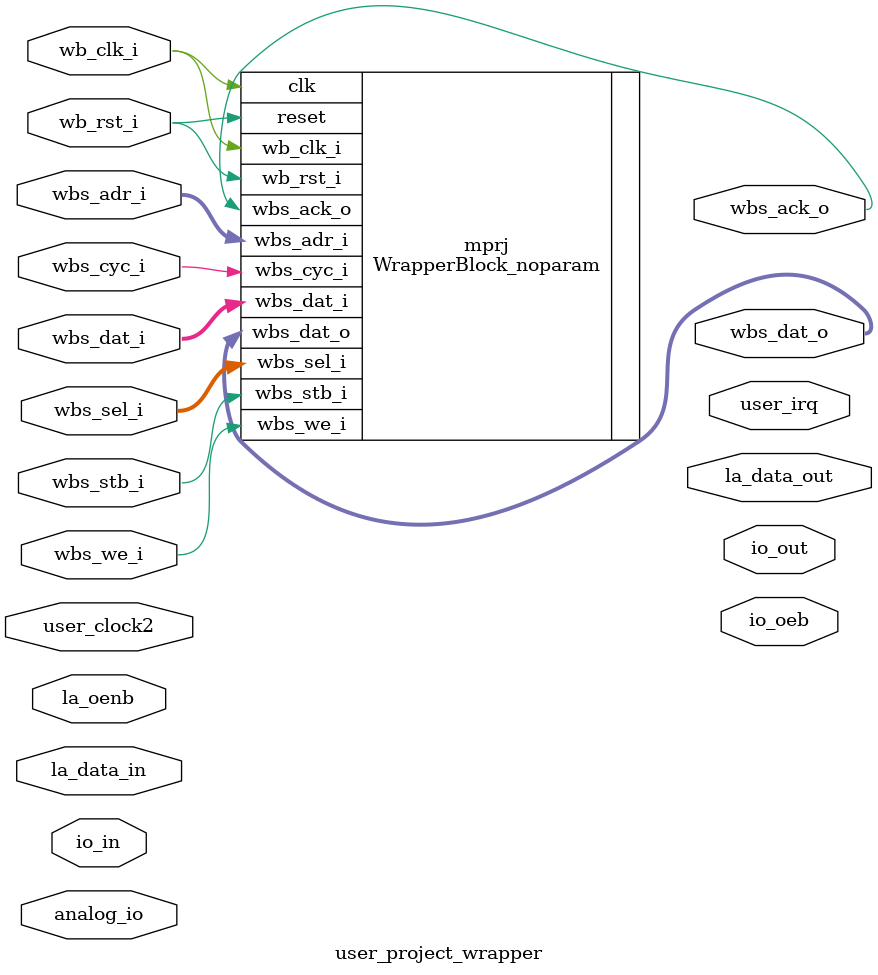
<source format=v>
module user_project_wrapper (user_clock2,
    wb_clk_i,
    wb_rst_i,
    wbs_ack_o,
    wbs_cyc_i,
    wbs_stb_i,
    wbs_we_i,
    analog_io,
    io_in,
    io_oeb,
    io_out,
    la_data_in,
    la_data_out,
    la_oenb,
    user_irq,
    wbs_adr_i,
    wbs_dat_i,
    wbs_dat_o,
    wbs_sel_i);
 input user_clock2;
 input wb_clk_i;
 input wb_rst_i;
 output wbs_ack_o;
 input wbs_cyc_i;
 input wbs_stb_i;
 input wbs_we_i;
 inout [28:0] analog_io;
 input [37:0] io_in;
 output [37:0] io_oeb;
 output [37:0] io_out;
 input [127:0] la_data_in;
 output [127:0] la_data_out;
 input [127:0] la_oenb;
 output [2:0] user_irq;
 input [31:0] wbs_adr_i;
 input [31:0] wbs_dat_i;
 output [31:0] wbs_dat_o;
 input [3:0] wbs_sel_i;


 WrapperBlock_noparam mprj (.clk(wb_clk_i),
    .reset(wb_rst_i),
    .wb_clk_i(wb_clk_i),
    .wb_rst_i(wb_rst_i),
    .wbs_ack_o(wbs_ack_o),
    .wbs_cyc_i(wbs_cyc_i),
    .wbs_stb_i(wbs_stb_i),
    .wbs_we_i(wbs_we_i),
    .wbs_adr_i({wbs_adr_i[31],
    wbs_adr_i[30],
    wbs_adr_i[29],
    wbs_adr_i[28],
    wbs_adr_i[27],
    wbs_adr_i[26],
    wbs_adr_i[25],
    wbs_adr_i[24],
    wbs_adr_i[23],
    wbs_adr_i[22],
    wbs_adr_i[21],
    wbs_adr_i[20],
    wbs_adr_i[19],
    wbs_adr_i[18],
    wbs_adr_i[17],
    wbs_adr_i[16],
    wbs_adr_i[15],
    wbs_adr_i[14],
    wbs_adr_i[13],
    wbs_adr_i[12],
    wbs_adr_i[11],
    wbs_adr_i[10],
    wbs_adr_i[9],
    wbs_adr_i[8],
    wbs_adr_i[7],
    wbs_adr_i[6],
    wbs_adr_i[5],
    wbs_adr_i[4],
    wbs_adr_i[3],
    wbs_adr_i[2],
    wbs_adr_i[1],
    wbs_adr_i[0]}),
    .wbs_dat_i({wbs_dat_i[31],
    wbs_dat_i[30],
    wbs_dat_i[29],
    wbs_dat_i[28],
    wbs_dat_i[27],
    wbs_dat_i[26],
    wbs_dat_i[25],
    wbs_dat_i[24],
    wbs_dat_i[23],
    wbs_dat_i[22],
    wbs_dat_i[21],
    wbs_dat_i[20],
    wbs_dat_i[19],
    wbs_dat_i[18],
    wbs_dat_i[17],
    wbs_dat_i[16],
    wbs_dat_i[15],
    wbs_dat_i[14],
    wbs_dat_i[13],
    wbs_dat_i[12],
    wbs_dat_i[11],
    wbs_dat_i[10],
    wbs_dat_i[9],
    wbs_dat_i[8],
    wbs_dat_i[7],
    wbs_dat_i[6],
    wbs_dat_i[5],
    wbs_dat_i[4],
    wbs_dat_i[3],
    wbs_dat_i[2],
    wbs_dat_i[1],
    wbs_dat_i[0]}),
    .wbs_dat_o({wbs_dat_o[31],
    wbs_dat_o[30],
    wbs_dat_o[29],
    wbs_dat_o[28],
    wbs_dat_o[27],
    wbs_dat_o[26],
    wbs_dat_o[25],
    wbs_dat_o[24],
    wbs_dat_o[23],
    wbs_dat_o[22],
    wbs_dat_o[21],
    wbs_dat_o[20],
    wbs_dat_o[19],
    wbs_dat_o[18],
    wbs_dat_o[17],
    wbs_dat_o[16],
    wbs_dat_o[15],
    wbs_dat_o[14],
    wbs_dat_o[13],
    wbs_dat_o[12],
    wbs_dat_o[11],
    wbs_dat_o[10],
    wbs_dat_o[9],
    wbs_dat_o[8],
    wbs_dat_o[7],
    wbs_dat_o[6],
    wbs_dat_o[5],
    wbs_dat_o[4],
    wbs_dat_o[3],
    wbs_dat_o[2],
    wbs_dat_o[1],
    wbs_dat_o[0]}),
    .wbs_sel_i({wbs_sel_i[3],
    wbs_sel_i[2],
    wbs_sel_i[1],
    wbs_sel_i[0]}));
endmodule


</source>
